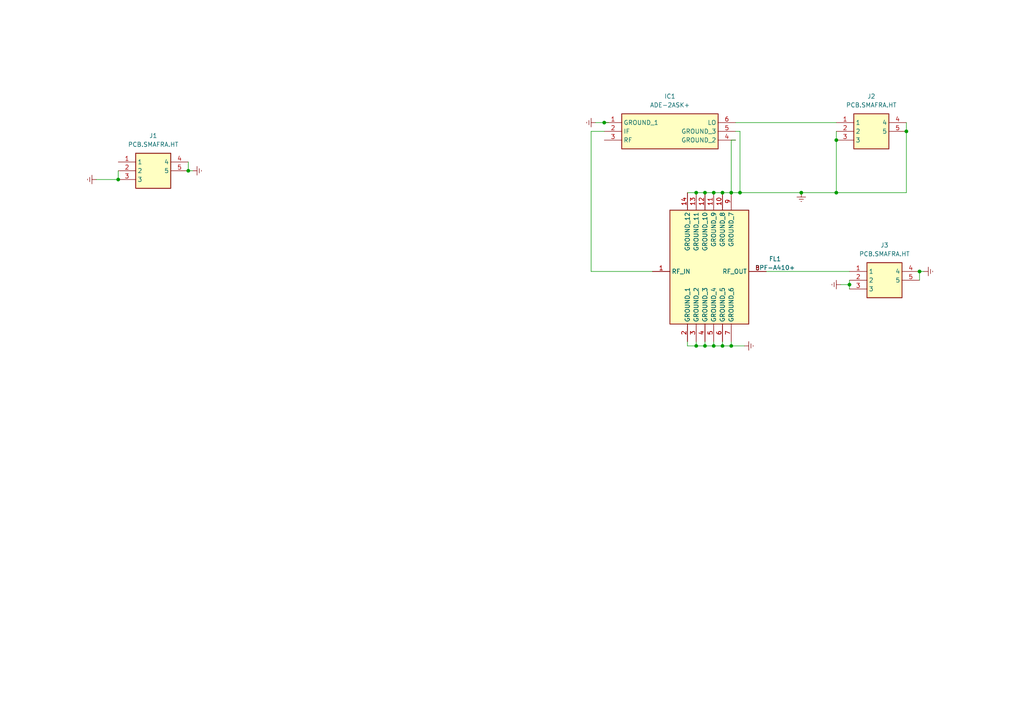
<source format=kicad_sch>
(kicad_sch (version 20230121) (generator eeschema)
  (paper "A4")
  (lib_symbols
    (symbol "SamacSys_Parts:ADE-2ASK+"
      (property "Reference" "IC" (at 34.29 7.62 0))
      (property "Value" "ADE-2ASK+" (at 34.29 5.08 0))
      (symbol "ADE-2ASK+_1_1"
        (rectangle (start 5.08 2.54) (end 33.02 -7.62) (stroke (width 0.254)) (fill (type background)))
        (pin passive line (at 0 0 0) (length 5.08) (name "GROUND_1") (number "1"))
        (pin passive line (at 0 -2.54 0) (length 5.08) (name "IF") (number "2"))
        (pin passive line (at 0 -5.08 0) (length 5.08) (name "RF") (number "3"))
        (pin passive line (at 38.1 -5.08 180) (length 5.08) (name "GROUND_2") (number "4"))
        (pin passive line (at 38.1 -2.54 180) (length 5.08) (name "GROUND_3") (number "5"))
        (pin passive line (at 38.1 0 180) (length 5.08) (name "LO") (number "6"))
      )
    )
    (symbol "SamacSys_Parts:BPF-A410+"
      (property "Reference" "FL" (at 29.21 22.86 0))
      (property "Value" "BPF-A410+" (at 29.21 20.32 0))
      (symbol "BPF-A410+_1_1"
        (rectangle (start 5.08 17.78) (end 27.94 -15.24) (stroke (width 0.254)) (fill (type background)))
        (pin passive line (at 0 0 0) (length 5.08) (name "RF_IN") (number "1"))
        (pin passive line (at 20.32 22.86 270) (length 5.08) (name "GROUND_8") (number "10"))
        (pin passive line (at 17.78 22.86 270) (length 5.08) (name "GROUND_9") (number "11"))
        (pin passive line (at 15.24 22.86 270) (length 5.08) (name "GROUND_10") (number "12"))
        (pin passive line (at 12.7 22.86 270) (length 5.08) (name "GROUND_11") (number "13"))
        (pin passive line (at 10.16 22.86 270) (length 5.08) (name "GROUND_12") (number "14"))
        (pin passive line (at 10.16 -20.32 90) (length 5.08) (name "GROUND_1") (number "2"))
        (pin passive line (at 12.7 -20.32 90) (length 5.08) (name "GROUND_2") (number "3"))
        (pin passive line (at 15.24 -20.32 90) (length 5.08) (name "GROUND_3") (number "4"))
        (pin passive line (at 17.78 -20.32 90) (length 5.08) (name "GROUND_4") (number "5"))
        (pin passive line (at 20.32 -20.32 90) (length 5.08) (name "GROUND_5") (number "6"))
        (pin passive line (at 22.86 -20.32 90) (length 5.08) (name "GROUND_6") (number "7"))
        (pin passive line (at 33.02 0 180) (length 5.08) (name "RF_OUT") (number "8"))
        (pin passive line (at 22.86 22.86 270) (length 5.08) (name "GROUND_7") (number "9"))
      )
    )
    (symbol "SamacSys_Parts:PCB.SMAFRA.HT"
      (property "Reference" "J" (at 16.51 7.62 0))
      (property "Value" "PCB.SMAFRA.HT" (at 16.51 5.08 0))
      (symbol "PCB.SMAFRA.HT_1_1"
        (rectangle (start 5.08 2.54) (end 15.24 -7.62) (stroke (width 0.254)) (fill (type background)))
        (pin passive line (at 0 0 0) (length 5.08) (name "1") (number "1"))
        (pin passive line (at 0 -2.54 0) (length 5.08) (name "2") (number "2"))
        (pin passive line (at 0 -5.08 0) (length 5.08) (name "3") (number "3"))
        (pin passive line (at 20.32 0 180) (length 5.08) (name "4") (number "4"))
        (pin passive line (at 20.32 -2.54 180) (length 5.08) (name "5") (number "5"))
      )
    )
    (symbol "power:Earth" (power) (pin_names (offset 0))
      (symbol "Earth_0_1"
        (polyline (pts (xy -0.635 -1.905) (xy 0.635 -1.905)))
        (polyline (pts (xy -0.127 -2.54) (xy 0.127 -2.54)))
        (polyline (pts (xy 0 -1.27) (xy 0 0)))
        (polyline (pts (xy 1.27 -1.27) (xy -1.27 -1.27)))
      )
      (symbol "Earth_1_1"
        (pin power_in line (at 0 0 270) (length 0) hide (name "Earth") (number "1"))
      )
    )
  )
  (junction (at 207.01 100.33))
  (junction (at 204.47 100.33))
  (junction (at 246.38 82.55))
  (junction (at 201.93 100.33))
  (junction (at 54.61 49.53))
  (junction (at 242.57 40.64))
  (junction (at 212.09 55.88))
  (junction (at 242.57 55.88))
  (junction (at 34.29 52.07))
  (junction (at 212.09 100.33))
  (junction (at 209.55 100.33))
  (junction (at 266.7 78.74))
  (junction (at 175.26 35.56))
  (junction (at 214.63 55.88))
  (junction (at 232.41 55.88))
  (junction (at 207.01 55.88))
  (junction (at 209.55 55.88))
  (junction (at 201.93 55.88))
  (junction (at 204.47 55.88))
  (junction (at 262.89 38.1))
  (wire (pts (xy 199.39 100.33) (xy 199.39 99.06)))
  (wire (pts (xy 242.57 38.1) (xy 242.57 40.64)))
  (wire (pts (xy 212.09 55.88) (xy 214.63 55.88)))
  (wire (pts (xy 212.09 100.33) (xy 215.9 100.33)))
  (wire (pts (xy 171.45 78.74) (xy 189.23 78.74)))
  (wire (pts (xy 214.63 38.1) (xy 214.63 55.88)))
  (wire (pts (xy 213.36 35.56) (xy 242.57 35.56)))
  (wire (pts (xy 171.45 38.1) (xy 171.45 78.74)))
  (wire (pts (xy 204.47 55.88) (xy 207.01 55.88)))
  (wire (pts (xy 204.47 100.33) (xy 201.93 100.33)))
  (wire (pts (xy 207.01 100.33) (xy 204.47 100.33)))
  (wire (pts (xy 201.93 55.88) (xy 204.47 55.88)))
  (wire (pts (xy 199.39 55.88) (xy 201.93 55.88)))
  (wire (pts (xy 209.55 55.88) (xy 212.09 55.88)))
  (wire (pts (xy 172.72 35.56) (xy 175.26 35.56)))
  (wire (pts (xy 246.38 82.55) (xy 246.38 83.82)))
  (wire (pts (xy 243.84 82.55) (xy 246.38 82.55)))
  (wire (pts (xy 207.01 100.33) (xy 207.01 99.06)))
  (wire (pts (xy 209.55 100.33) (xy 207.01 100.33)))
  (wire (pts (xy 262.89 38.1) (xy 262.89 55.88)))
  (wire (pts (xy 232.41 55.88) (xy 242.57 55.88)))
  (wire (pts (xy 212.09 100.33) (xy 209.55 100.33)))
  (wire (pts (xy 222.25 78.74) (xy 246.38 78.74)))
  (wire (pts (xy 212.09 40.64) (xy 213.36 40.64)))
  (wire (pts (xy 54.61 46.99) (xy 54.61 49.53)))
  (wire (pts (xy 171.45 38.1) (xy 175.26 38.1)))
  (wire (pts (xy 262.89 55.88) (xy 242.57 55.88)))
  (wire (pts (xy 207.01 55.88) (xy 209.55 55.88)))
  (wire (pts (xy 175.26 35.56) (xy 176.53 35.56)))
  (wire (pts (xy 201.93 100.33) (xy 201.93 99.06)))
  (wire (pts (xy 246.38 81.28) (xy 246.38 82.55)))
  (wire (pts (xy 54.61 49.53) (xy 55.88 49.53)))
  (wire (pts (xy 34.29 49.53) (xy 34.29 52.07)))
  (wire (pts (xy 209.55 100.33) (xy 209.55 99.06)))
  (wire (pts (xy 266.7 78.74) (xy 266.7 81.28)))
  (wire (pts (xy 214.63 55.88) (xy 232.41 55.88)))
  (wire (pts (xy 242.57 55.88) (xy 242.57 40.64)))
  (wire (pts (xy 266.7 78.74) (xy 267.97 78.74)))
  (wire (pts (xy 212.09 40.64) (xy 212.09 55.88)))
  (wire (pts (xy 214.63 38.1) (xy 213.36 38.1)))
  (wire (pts (xy 262.89 35.56) (xy 262.89 38.1)))
  (wire (pts (xy 27.94 52.07) (xy 34.29 52.07)))
  (wire (pts (xy 204.47 100.33) (xy 204.47 99.06)))
  (wire (pts (xy 212.09 100.33) (xy 212.09 99.06)))
  (wire (pts (xy 199.39 100.33) (xy 201.93 100.33)))
  (symbol (lib_id "power:Earth") (at 215.9 100.33 90) (unit 1)
    (property "Reference" "#PWR05" (effects hide))
    (property "Value" "Earth" (effects hide))
  )
  (symbol (lib_id "power:Earth") (at 243.84 82.55 270) (unit 1)
    (property "Reference" "#PWR07" (effects hide))
    (property "Value" "Earth" (effects hide))
  )
  (symbol (lib_id "SamacSys_Parts:PCB.SMAFRA.HT") (at 34.29 46.99 0) (unit 1)
    (property "Reference" "J1" (at 44.45 39.37 0))
    (property "Value" "PCB.SMAFRA.HT" (at 44.45 41.91 0))
    (property "Footprint" "SamacSys_Parts:PCBSMAFRAHT" (effects hide))
    (property "Datasheet" "https://www.mouser.com/datasheet/2/398/PCB_SMAFRA_HT-3137267.pdf" (effects hide))
    (property "Height" "9" (effects hide))
    (property "Mouser Part Number" "960-PCB.SMAFRA.HT" (effects hide))
    (property "Mouser Price/Stock" "https://www.mouser.co.uk/ProductDetail/Taoglas/PCB.SMAFRA.HT?qs=RuW%2Fu%252BNMQmubIFYcN8w5Dw%3D%3D" (effects hide))
    (property "Manufacturer_Name" "Taoglas" (effects hide))
    (property "Manufacturer_Part_Number" "PCB.SMAFRA.HT" (effects hide))
  )
  (symbol (lib_id "power:Earth") (at 27.94 52.07 270) (unit 1)
    (property "Reference" "#PWR01" (effects hide))
    (property "Value" "Earth" (effects hide))
  )
  (symbol (lib_id "power:Earth") (at 172.72 35.56 270) (unit 1)
    (property "Reference" "#PWR04" (effects hide))
    (property "Value" "Earth" (effects hide))
  )
  (symbol (lib_id "power:Earth") (at 232.41 55.88 0) (unit 1)
    (property "Reference" "#PWR06" (effects hide))
    (property "Value" "Earth" (effects hide))
  )
  (symbol (lib_id "SamacSys_Parts:ADE-2ASK+") (at 175.26 35.56 0) (unit 1)
    (property "Reference" "IC1" (at 194.31 27.94 0))
    (property "Value" "ADE-2ASK+" (at 194.31 30.48 0))
    (property "Footprint" "SamacSys_Parts:ADE2ASK" (effects hide))
    (property "Datasheet" "https://www.minicircuits.com/pdfs/ADE-2ASK+.pdf" (effects hide))
    (property "Height" "2.84" (effects hide))
    (property "Mouser Part Number" "139-ADE-2ASK" (effects hide))
    (property "Mouser Price/Stock" "https://www.mouser.co.uk/ProductDetail/Mini-Circuits/ADE-2ASK%2b?qs=xZ%2FP%252Ba9zWqaZUxrKmCmYgw%3D%3D" (effects hide))
    (property "Manufacturer_Name" "Mini-Circuits" (effects hide))
    (property "Manufacturer_Part_Number" "ADE-2ASK+" (effects hide))
  )
  (symbol (lib_id "SamacSys_Parts:PCB.SMAFRA.HT") (at 242.57 35.56 0) (unit 1)
    (property "Reference" "J2" (at 252.73 27.94 0))
    (property "Value" "PCB.SMAFRA.HT" (at 252.73 30.48 0))
    (property "Footprint" "SamacSys_Parts:PCBSMAFRAHT" (effects hide))
    (property "Datasheet" "https://www.mouser.com/datasheet/2/398/PCB_SMAFRA_HT-3137267.pdf" (effects hide))
    (property "Height" "9" (effects hide))
    (property "Mouser Part Number" "960-PCB.SMAFRA.HT" (effects hide))
    (property "Mouser Price/Stock" "https://www.mouser.co.uk/ProductDetail/Taoglas/PCB.SMAFRA.HT?qs=RuW%2Fu%252BNMQmubIFYcN8w5Dw%3D%3D" (effects hide))
    (property "Manufacturer_Name" "Taoglas" (effects hide))
    (property "Manufacturer_Part_Number" "PCB.SMAFRA.HT" (effects hide))
  )
  (symbol (lib_id "power:Earth") (at 267.97 78.74 90) (unit 1)
    (property "Reference" "#PWR08" (effects hide))
    (property "Value" "Earth" (effects hide))
  )
  (symbol (lib_id "SamacSys_Parts:PCB.SMAFRA.HT") (at 246.38 78.74 0) (unit 1)
    (property "Reference" "J3" (at 256.54 71.12 0))
    (property "Value" "PCB.SMAFRA.HT" (at 256.54 73.66 0))
    (property "Footprint" "SamacSys_Parts:PCBSMAFRAHT" (effects hide))
    (property "Datasheet" "https://www.mouser.com/datasheet/2/398/PCB_SMAFRA_HT-3137267.pdf" (effects hide))
    (property "Height" "9" (effects hide))
    (property "Mouser Part Number" "960-PCB.SMAFRA.HT" (effects hide))
    (property "Mouser Price/Stock" "https://www.mouser.co.uk/ProductDetail/Taoglas/PCB.SMAFRA.HT?qs=RuW%2Fu%252BNMQmubIFYcN8w5Dw%3D%3D" (effects hide))
    (property "Manufacturer_Name" "Taoglas" (effects hide))
    (property "Manufacturer_Part_Number" "PCB.SMAFRA.HT" (effects hide))
  )
  (symbol (lib_id "SamacSys_Parts:BPF-A410+") (at 189.23 78.74 0) (unit 1)
    (property "Reference" "FL1" (at 224.79 75.0921 0))
    (property "Value" "BPF-A410+" (at 224.79 77.6321 0))
    (property "Footprint" "SamacSys_Parts:BPFA410" (effects hide))
    (property "Datasheet" "https://www.minicircuits.com/pdfs/BPF-A410+.pdf" (effects hide))
    (property "Height" "8.89" (effects hide))
    (property "Mouser Part Number" "139-BPF-A410" (effects hide))
    (property "Mouser Price/Stock" "https://www.mouser.co.uk/ProductDetail/Mini-Circuits/BPF-A410%2b?qs=xZ%2FP%252Ba9zWqaP%252B5VhNQmPUw%3D%3D" (effects hide))
    (property "Manufacturer_Name" "Mini-Circuits" (effects hide))
    (property "Manufacturer_Part_Number" "BPF-A410+" (effects hide))
  )
  (symbol (lib_id "power:Earth") (at 55.88 49.53 90) (unit 1)
    (property "Reference" "#PWR02" (effects hide))
    (property "Value" "Earth" (effects hide))
  )
)
</source>
